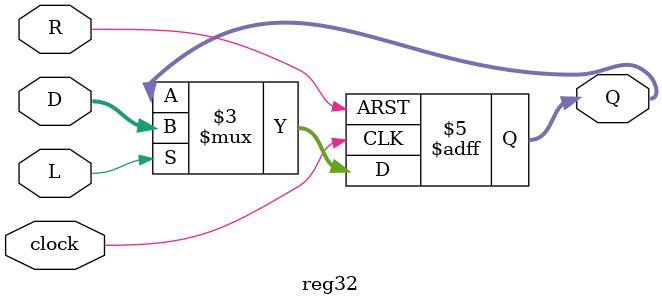
<source format=v>
module reg32(Q, D, L, R, clock);

output reg [31:0]Q; // registered output

input [31:0]D; // data input

input L; // load enable

input R; // positive logic asynchronous reset

input clock;

always @(posedge clock or posedge R) begin

if(R)

Q <= 0;

else if(L)

Q <= D;

else

Q <= Q;

end

endmodule

</source>
